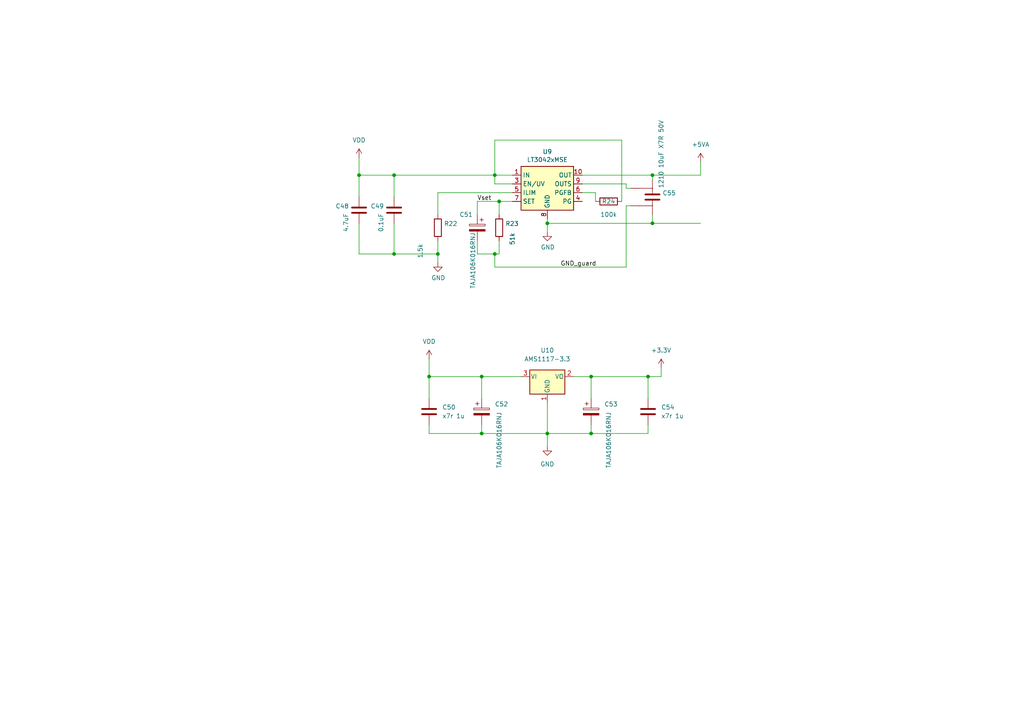
<source format=kicad_sch>
(kicad_sch (version 20211123) (generator eeschema)
  (paper "A4")
  (lib_symbols
    (symbol "Device:C" (pin_numbers hide) (pin_names (offset 0.254))
      (property "Reference" "C" (at 0.635 2.54 0))
      (property "Value" "C" (at 0.635 -2.54 0))
      (symbol "C_0_1"
        (polyline (pts (xy -2.032 -0.762) (xy 2.032 -0.762)) (stroke (width 0.508)))
        (polyline (pts (xy -2.032 0.762) (xy 2.032 0.762)) (stroke (width 0.508)))
      )
      (symbol "C_1_1"
        (pin passive line (at 0 3.81 270) (length 2.794) (name "~") (number "1"))
        (pin passive line (at 0 -3.81 90) (length 2.794) (name "~") (number "2"))
      )
    )
    (symbol "Device:CP" (pin_numbers hide) (pin_names (offset 0.254))
      (property "Reference" "C" (at 0.635 2.54 0))
      (property "Value" "Device_CP" (at 0.635 -2.54 0))
      (symbol "CP_0_1"
        (rectangle (start -2.286 0.508) (end 2.286 1.016))
        (polyline (pts (xy -1.778 2.286) (xy -0.762 2.286)))
        (polyline (pts (xy -1.27 2.794) (xy -1.27 1.778)))
        (rectangle (start 2.286 -0.508) (end -2.286 -1.016) (fill (type outline)))
      )
      (symbol "CP_1_1"
        (pin passive line (at 0 3.81 270) (length 2.794) (name "~") (number "1"))
        (pin passive line (at 0 -3.81 90) (length 2.794) (name "~") (number "2"))
      )
    )
    (symbol "Device:C_Polarized" (pin_numbers hide) (pin_names (offset 0.254))
      (property "Reference" "C" (at 0.635 2.54 0))
      (property "Value" "C_Polarized" (at 0.635 -2.54 0))
      (symbol "C_Polarized_0_1"
        (rectangle (start -2.286 0.508) (end 2.286 1.016))
        (polyline (pts (xy -1.778 2.286) (xy -0.762 2.286)))
        (polyline (pts (xy -1.27 2.794) (xy -1.27 1.778)))
        (rectangle (start 2.286 -0.508) (end -2.286 -1.016) (fill (type outline)))
      )
      (symbol "C_Polarized_1_1"
        (pin passive line (at 0 3.81 270) (length 2.794) (name "~") (number "1"))
        (pin passive line (at 0 -3.81 90) (length 2.794) (name "~") (number "2"))
      )
    )
    (symbol "Device:R" (pin_numbers hide) (pin_names (offset 0))
      (property "Reference" "R" (at 2.032 0 90))
      (property "Value" "R" (at 0 0 90))
      (symbol "R_0_1"
        (rectangle (start -1.016 -2.54) (end 1.016 2.54) (stroke (width 0.254)))
      )
      (symbol "R_1_1"
        (pin passive line (at 0 3.81 270) (length 1.27) (name "~") (number "1"))
        (pin passive line (at 0 -3.81 90) (length 1.27) (name "~") (number "2"))
      )
    )
    (symbol "Regulator_Linear:AMS1117-3.3" (pin_names (offset 0.254))
      (property "Reference" "U" (at -3.81 3.175 0))
      (property "Value" "AMS1117-3.3" (at 0 3.175 0))
      (symbol "AMS1117-3.3_0_1"
        (rectangle (start -5.08 -5.08) (end 5.08 1.905) (stroke (width 0.254)) (fill (type background)))
      )
      (symbol "AMS1117-3.3_1_1"
        (pin power_in line (at 0 -7.62 90) (length 2.54) (name "GND") (number "1"))
        (pin power_out line (at 7.62 0 180) (length 2.54) (name "VO") (number "2"))
        (pin power_in line (at -7.62 0 0) (length 2.54) (name "VI") (number "3"))
      )
    )
    (symbol "Regulator_Linear:LT3042xMSE"
      (property "Reference" "U" (at -6.35 6.35 0))
      (property "Value" "LT3042xMSE" (at 1.27 6.35 0))
      (symbol "LT3042xMSE_0_1"
        (rectangle (start -7.62 5.08) (end 7.62 -7.62) (stroke (width 0.254)) (fill (type background)))
      )
      (symbol "LT3042xMSE_1_1"
        (pin power_in line (at -10.16 2.54 0) (length 2.54) (name "IN") (number "1"))
        (pin power_out line (at 10.16 2.54 180) (length 2.54) (name "OUT") (number "10"))
        (pin passive line (at 0 -10.16 90) (length 2.54) hide (name "GND") (number "11"))
        (pin passive line (at -10.16 2.54 0) (length 2.54) hide (name "IN") (number "2"))
        (pin input line (at -10.16 0 0) (length 2.54) (name "EN/UV") (number "3"))
        (pin open_collector line (at 10.16 -5.08 180) (length 2.54) (name "PG") (number "4"))
        (pin passive line (at -10.16 -2.54 0) (length 2.54) (name "ILIM") (number "5"))
        (pin input line (at 10.16 -2.54 180) (length 2.54) (name "PGFB") (number "6"))
        (pin passive line (at -10.16 -5.08 0) (length 2.54) (name "SET") (number "7"))
        (pin power_in line (at 0 -10.16 90) (length 2.54) (name "GND") (number "8"))
        (pin input line (at 10.16 0 180) (length 2.54) (name "OUTS") (number "9"))
      )
    )
    (symbol "SamacSys_Parts:C_Kelvin" (pin_numbers hide) (pin_names (offset 0.254))
      (property "Reference" "C" (at 0.635 2.54 0))
      (property "Value" "C_Kelvin" (at 0.635 -2.54 0))
      (symbol "C_Kelvin_0_1"
        (polyline (pts (xy -6.35 2.54) (xy 0 2.54)))
        (polyline (pts (xy -3.81 -2.54) (xy 0 -2.54)))
        (polyline (pts (xy -2.032 -0.762) (xy 2.032 -0.762)) (stroke (width 0.508)))
        (polyline (pts (xy -2.032 0.762) (xy 2.032 0.762)) (stroke (width 0.508)))
        (polyline (pts (xy 0 -2.54) (xy 0 -0.635)))
        (polyline (pts (xy 0 2.54) (xy 0 0.635)))
      )
      (symbol "C_Kelvin_1_1"
        (pin passive line (at 0 5.08 270) (length 2.794) (name "~") (number "1"))
        (pin passive line (at 0 -5.08 90) (length 2.794) (name "~") (number "2"))
        (pin passive line (at -6.35 2.54 0) (length 2.794) (name "~") (number "3"))
        (pin passive line (at -6.35 -2.54 0) (length 2.794) (name "~") (number "4"))
      )
    )
    (symbol "power:+3.3V" (power) (pin_names (offset 0))
      (property "Value" "+3.3V" (at 0 3.556 0))
      (symbol "+3.3V_0_1"
        (polyline (pts (xy -0.762 1.27) (xy 0 2.54)))
        (polyline (pts (xy 0 0) (xy 0 2.54)))
        (polyline (pts (xy 0 2.54) (xy 0.762 1.27)))
      )
      (symbol "+3.3V_1_1"
        (pin power_in line (at 0 0 90) (length 0) hide (name "+3.3V") (number "1"))
      )
    )
    (symbol "power:+5VA" (power) (pin_names (offset 0))
      (property "Value" "+5VA" (at 0 3.556 0))
      (symbol "+5VA_0_1"
        (polyline (pts (xy -0.762 1.27) (xy 0 2.54)))
        (polyline (pts (xy 0 0) (xy 0 2.54)))
        (polyline (pts (xy 0 2.54) (xy 0.762 1.27)))
      )
      (symbol "+5VA_1_1"
        (pin power_in line (at 0 0 90) (length 0) hide (name "+5VA") (number "1"))
      )
    )
    (symbol "power:GND" (power) (pin_names (offset 0))
      (property "Value" "GND" (at 0 -3.81 0))
      (symbol "GND_0_1"
        (polyline (pts (xy 0 0) (xy 0 -1.27) (xy 1.27 -1.27) (xy 0 -2.54) (xy -1.27 -1.27) (xy 0 -1.27)))
      )
      (symbol "GND_1_1"
        (pin power_in line (at 0 0 270) (length 0) hide (name "GND") (number "1"))
      )
    )
    (symbol "power:VDD" (power) (pin_names (offset 0))
      (property "Value" "VDD" (at 0 3.81 0))
      (symbol "VDD_0_1"
        (polyline (pts (xy -0.762 1.27) (xy 0 2.54)))
        (polyline (pts (xy 0 0) (xy 0 2.54)))
        (polyline (pts (xy 0 2.54) (xy 0.762 1.27)))
      )
      (symbol "VDD_1_1"
        (pin power_in line (at 0 0 90) (length 0) hide (name "VDD") (number "1"))
      )
    )
  )
  (junction (at 144.78 58.42))
  (junction (at 143.51 50.8))
  (junction (at 171.45 109.22))
  (junction (at 158.75 125.73))
  (junction (at 124.46 109.22))
  (junction (at 171.45 125.73))
  (junction (at 139.7 109.22))
  (junction (at 187.96 109.22))
  (junction (at 114.3 50.8))
  (junction (at 158.75 64.77))
  (junction (at 104.14 50.8))
  (junction (at 189.23 50.8))
  (junction (at 143.51 73.66))
  (junction (at 189.23 64.77))
  (junction (at 139.7 125.73))
  (junction (at 127 73.66))
  (junction (at 114.3 73.66))
  (wire (pts (xy 124.46 125.73) (xy 139.7 125.73)))
  (wire (pts (xy 182.88 54.61) (xy 181.61 54.61)))
  (wire (pts (xy 139.7 109.22) (xy 151.13 109.22)))
  (wire (pts (xy 139.7 123.19) (xy 139.7 125.73)))
  (wire (pts (xy 168.91 53.34) (xy 181.61 53.34)))
  (wire (pts (xy 203.2 46.99) (xy 203.2 50.8)))
  (wire (pts (xy 181.61 59.69) (xy 181.61 77.47)))
  (wire (pts (xy 143.51 77.47) (xy 143.51 73.66)))
  (wire (pts (xy 181.61 77.47) (xy 143.51 77.47)))
  (wire (pts (xy 124.46 109.22) (xy 139.7 109.22)))
  (wire (pts (xy 138.43 73.66) (xy 138.43 69.85)))
  (wire (pts (xy 143.51 40.64) (xy 143.51 50.8)))
  (wire (pts (xy 187.96 125.73) (xy 171.45 125.73)))
  (wire (pts (xy 114.3 64.77) (xy 114.3 73.66)))
  (wire (pts (xy 144.78 73.66) (xy 143.51 73.66)))
  (wire (pts (xy 124.46 123.19) (xy 124.46 125.73)))
  (wire (pts (xy 158.75 64.77) (xy 189.23 64.77)))
  (wire (pts (xy 187.96 123.19) (xy 187.96 125.73)))
  (wire (pts (xy 180.34 58.42) (xy 180.34 40.64)))
  (wire (pts (xy 144.78 58.42) (xy 144.78 62.23)))
  (wire (pts (xy 139.7 109.22) (xy 139.7 115.57)))
  (wire (pts (xy 158.75 64.77) (xy 158.75 67.31)))
  (wire (pts (xy 127 73.66) (xy 127 76.2)))
  (wire (pts (xy 144.78 69.85) (xy 144.78 73.66)))
  (wire (pts (xy 191.77 106.68) (xy 191.77 109.22)))
  (wire (pts (xy 127 55.88) (xy 148.59 55.88)))
  (wire (pts (xy 138.43 58.42) (xy 144.78 58.42)))
  (wire (pts (xy 182.88 59.69) (xy 181.61 59.69)))
  (wire (pts (xy 166.37 109.22) (xy 171.45 109.22)))
  (wire (pts (xy 187.96 109.22) (xy 191.77 109.22)))
  (wire (pts (xy 171.45 109.22) (xy 171.45 115.57)))
  (wire (pts (xy 104.14 45.72) (xy 104.14 50.8)))
  (wire (pts (xy 158.75 63.5) (xy 158.75 64.77)))
  (wire (pts (xy 143.51 50.8) (xy 148.59 50.8)))
  (wire (pts (xy 138.43 62.23) (xy 138.43 58.42)))
  (wire (pts (xy 104.14 64.77) (xy 104.14 73.66)))
  (wire (pts (xy 143.51 53.34) (xy 143.51 50.8)))
  (wire (pts (xy 104.14 73.66) (xy 114.3 73.66)))
  (wire (pts (xy 127 69.85) (xy 127 73.66)))
  (wire (pts (xy 187.96 109.22) (xy 187.96 115.57)))
  (wire (pts (xy 148.59 53.34) (xy 143.51 53.34)))
  (wire (pts (xy 172.72 55.88) (xy 172.72 58.42)))
  (wire (pts (xy 139.7 125.73) (xy 158.75 125.73)))
  (wire (pts (xy 189.23 64.77) (xy 203.2 64.77)))
  (wire (pts (xy 114.3 73.66) (xy 127 73.66)))
  (wire (pts (xy 171.45 123.19) (xy 171.45 125.73)))
  (wire (pts (xy 181.61 54.61) (xy 181.61 53.34)))
  (wire (pts (xy 144.78 58.42) (xy 148.59 58.42)))
  (wire (pts (xy 143.51 73.66) (xy 138.43 73.66)))
  (wire (pts (xy 124.46 104.14) (xy 124.46 109.22)))
  (wire (pts (xy 189.23 50.8) (xy 203.2 50.8)))
  (wire (pts (xy 168.91 50.8) (xy 189.23 50.8)))
  (wire (pts (xy 189.23 50.8) (xy 189.23 52.07)))
  (wire (pts (xy 114.3 50.8) (xy 143.51 50.8)))
  (wire (pts (xy 158.75 116.84) (xy 158.75 125.73)))
  (wire (pts (xy 168.91 55.88) (xy 172.72 55.88)))
  (wire (pts (xy 104.14 50.8) (xy 114.3 50.8)))
  (wire (pts (xy 171.45 109.22) (xy 187.96 109.22)))
  (wire (pts (xy 189.23 64.77) (xy 189.23 62.23)))
  (wire (pts (xy 158.75 125.73) (xy 158.75 129.54)))
  (wire (pts (xy 114.3 50.8) (xy 114.3 57.15)))
  (wire (pts (xy 104.14 50.8) (xy 104.14 57.15)))
  (wire (pts (xy 127 55.88) (xy 127 62.23)))
  (wire (pts (xy 124.46 109.22) (xy 124.46 115.57)))
  (wire (pts (xy 180.34 40.64) (xy 143.51 40.64)))
  (wire (pts (xy 171.45 125.73) (xy 158.75 125.73)))
  (label "Vset" (at 138.43 58.42 0))
  (label "GND_guard" (at 162.56 77.47 0))
  (symbol (lib_id "power:VDD") (at 104.14 45.72 0) (unit 1)
    (property "Reference" "#PWR0136" (effects hide))
    (property "Value" "VDD" (at 104.14 40.64 0))
  )
  (symbol (lib_id "Regulator_Linear:AMS1117-3.3") (at 158.75 109.22 0) (unit 1)
    (property "Reference" "U10" (at 158.75 101.6 0))
    (property "Value" "AMS1117-3.3" (at 158.75 104.14 0))
    (property "Footprint" "Package_TO_SOT_SMD:SOT-223-3_TabPin2" (effects hide))
    (property "Datasheet" "http://www.advanced-monolithic.com/pdf/ds1117.pdf" (effects hide))
  )
  (symbol (lib_id "Device:C_Polarized") (at 171.45 119.38 0) (unit 1)
    (property "Reference" "C53" (at 175.26 117.2209 0) (effects (justify left)))
    (property "Value" "TAJA106K016RNJ" (at 176.53 135.89 90) (effects (justify left)))
    (property "Footprint" "Capacitor_Tantalum_SMD:CP_EIA-3216-18_Kemet-A" (effects hide))
  )
  (symbol (lib_id "Device:C") (at 187.96 119.38 0) (unit 1)
    (property "Reference" "C54" (at 191.77 118.1099 0) (effects (justify left)))
    (property "Value" "x7r 1u" (at 191.77 120.6499 0) (effects (justify left)))
    (property "Footprint" "Capacitor_SMD:C_0805_2012Metric" (effects hide))
  )
  (symbol (lib_id "Device:C") (at 104.14 60.96 0) (mirror y) (unit 1)
    (property "Reference" "C48" (at 101.219 59.7916 0) (effects (justify left)))
    (property "Value" "4.7uF" (at 100.33 67.31 90) (effects (justify left)))
    (property "Footprint" "Capacitor_SMD:C_1206_3216Metric_Pad1.33x1.80mm_HandSolder" (effects hide))
  )
  (symbol (lib_id "power:GND") (at 127 76.2 0) (unit 1)
    (property "Reference" "#PWR0133" (effects hide))
    (property "Value" "GND" (at 127.127 80.5942 0))
  )
  (symbol (lib_id "Device:C_Polarized") (at 139.7 119.38 0) (unit 1)
    (property "Reference" "C52" (at 143.51 117.2209 0) (effects (justify left)))
    (property "Value" "TAJA106K016RNJ" (at 144.78 135.89 90) (effects (justify left)))
    (property "Footprint" "Capacitor_Tantalum_SMD:CP_EIA-3216-18_Kemet-A" (effects hide))
  )
  (symbol (lib_id "Device:C") (at 114.3 60.96 0) (mirror y) (unit 1)
    (property "Reference" "C49" (at 111.379 59.7916 0) (effects (justify left)))
    (property "Value" "0.1uF" (at 110.49 67.31 90) (effects (justify left)))
    (property "Footprint" "Capacitor_SMD:C_0805_2012Metric_Pad1.18x1.45mm_HandSolder" (effects hide))
  )
  (symbol (lib_id "Device:CP") (at 138.43 66.04 0) (mirror y) (unit 1)
    (property "Reference" "C51" (at 137.16 62.23 0) (effects (justify left)))
    (property "Value" "TAJA106K016RNJ" (at 137.16 83.82 90) (effects (justify left)))
    (property "Footprint" "Capacitor_Tantalum_SMD:CP_EIA-3528-12_Kemet-T" (effects hide))
  )
  (symbol (lib_id "power:VDD") (at 124.46 104.14 0) (unit 1)
    (property "Reference" "#PWR0137" (effects hide))
    (property "Value" "VDD" (at 124.46 99.06 0))
  )
  (symbol (lib_id "Device:R") (at 144.78 66.04 0) (unit 1)
    (property "Reference" "R23" (at 146.558 64.8716 0) (effects (justify left)))
    (property "Value" "51k" (at 148.59 71.12 90) (effects (justify left)))
    (property "Footprint" "Resistor_SMD:R_0805_2012Metric" (effects hide))
  )
  (symbol (lib_id "Device:C") (at 124.46 119.38 0) (unit 1)
    (property "Reference" "C50" (at 128.27 118.1099 0) (effects (justify left)))
    (property "Value" "x7r 1u" (at 128.27 120.6499 0) (effects (justify left)))
    (property "Footprint" "Capacitor_SMD:C_0805_2012Metric" (effects hide))
  )
  (symbol (lib_id "power:+3.3V") (at 191.77 106.68 0) (unit 1)
    (property "Reference" "#PWR0135" (effects hide))
    (property "Value" "+3.3V" (at 191.77 101.6 0))
  )
  (symbol (lib_id "power:+5VA") (at 203.2 46.99 0) (unit 1)
    (property "Reference" "#PWR0132" (effects hide))
    (property "Value" "+5VA" (at 203.2 41.91 0))
  )
  (symbol (lib_id "Device:R") (at 176.53 58.42 90) (unit 1)
    (property "Reference" "R24" (at 176.53 58.42 90))
    (property "Value" "100k" (at 176.53 62.23 90))
    (property "Footprint" "Resistor_SMD:R_0805_2012Metric" (effects hide))
  )
  (symbol (lib_id "Device:R") (at 127 66.04 0) (unit 1)
    (property "Reference" "R22" (at 128.778 64.8716 0) (effects (justify left)))
    (property "Value" "1.5k" (at 121.92 74.93 90) (effects (justify left)))
    (property "Footprint" "Resistor_SMD:R_0805_2012Metric" (effects hide))
  )
  (symbol (lib_id "SamacSys_Parts:C_Kelvin") (at 189.23 57.15 0) (unit 1)
    (property "Reference" "C55" (at 192.151 55.9816 0) (effects (justify left)))
    (property "Value" "1210 10uF X7R 50V" (at 191.77 54.61 90) (effects (justify left)))
    (property "Footprint" "SamacSys_Parts:C_1210_Kelvin" (effects hide))
  )
  (symbol (lib_id "power:GND") (at 158.75 129.54 0) (unit 1)
    (property "Reference" "#PWR0134" (effects hide))
    (property "Value" "GND" (at 158.75 134.62 0))
  )
  (symbol (lib_id "Regulator_Linear:LT3042xMSE") (at 158.75 53.34 0) (unit 1)
    (property "Reference" "U9" (at 158.75 44.0182 0))
    (property "Value" "LT3042xMSE" (at 158.75 46.3296 0))
    (property "Footprint" "Package_SO:MSOP-10-1EP_3x3mm_P0.5mm_EP1.68x1.88mm" (effects hide))
    (property "Datasheet" "https://www.analog.com/media/en/technical-documentation/data-sheets/3042fb.pdf" (effects hide))
  )
  (symbol (lib_id "power:GND") (at 158.75 67.31 0) (unit 1)
    (property "Reference" "#PWR0131" (effects hide))
    (property "Value" "GND" (at 158.877 71.7042 0))
  )
)
</source>
